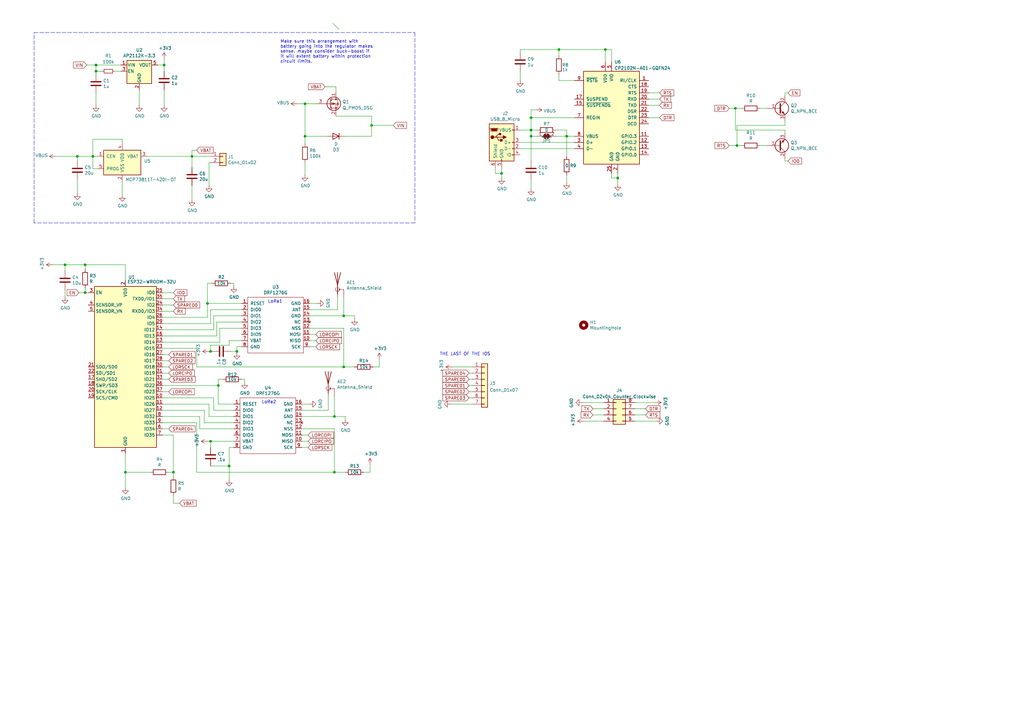
<source format=kicad_sch>
(kicad_sch (version 20211123) (generator eeschema)
  (paper "A3")
  (lib_symbols
    (symbol "Battery_Management:MCP73811T-420I-OT" (pin_names (offset 1.016))
      (property "Reference" "U" (at -6.35 6.35 0))
      (property "Value" "MCP73811T-420I-OT" (at 1.27 6.35 0))
      (symbol "MCP73811T-420I-OT_1_1"
        (pin input line (at -10.16 2.54 0) (length 2.54) (name "CEN") (number "1"))
        (pin power_in line (at 0 -7.62 90) (length 2.54) (name "VSS") (number "2"))
        (pin power_out line (at 10.16 2.54 180) (length 2.54) (name "VBAT") (number "3"))
        (pin power_in line (at 0 7.62 270) (length 2.54) (name "VDD") (number "4"))
        (pin input line (at -10.16 -2.54 0) (length 2.54) (name "PROG") (number "5"))
      )
    )
    (symbol "Connector_Generic:Conn_01x02" (pin_names (offset 1.016) hide)
      (property "Reference" "J" (at 0 2.54 0))
      (property "Value" "Conn_01x02" (at 0 -5.08 0))
      (symbol "Conn_01x02_1_1"
        (pin passive line (at -5.08 0 0) (length 3.81) (name "Pin_1") (number "1"))
        (pin passive line (at -5.08 -2.54 0) (length 3.81) (name "Pin_2") (number "2"))
      )
    )
    (symbol "Connector_Generic:Conn_01x07" (pin_names (offset 1.016) hide)
      (property "Reference" "J" (at 0 10.16 0))
      (property "Value" "Conn_01x07" (at 0 -10.16 0))
      (symbol "Conn_01x07_1_1"
        (pin passive line (at -5.08 7.62 0) (length 3.81) (name "Pin_1") (number "1"))
        (pin passive line (at -5.08 5.08 0) (length 3.81) (name "Pin_2") (number "2"))
        (pin passive line (at -5.08 2.54 0) (length 3.81) (name "Pin_3") (number "3"))
        (pin passive line (at -5.08 0 0) (length 3.81) (name "Pin_4") (number "4"))
        (pin passive line (at -5.08 -2.54 0) (length 3.81) (name "Pin_5") (number "5"))
        (pin passive line (at -5.08 -5.08 0) (length 3.81) (name "Pin_6") (number "6"))
        (pin passive line (at -5.08 -7.62 0) (length 3.81) (name "Pin_7") (number "7"))
      )
    )
    (symbol "Connector_Generic:Conn_02x04_Counter_Clockwise" (pin_names (offset 1.016) hide)
      (property "Reference" "J" (at 1.27 5.08 0))
      (property "Value" "Conn_02x04_Counter_Clockwise" (at 1.27 -7.62 0))
      (symbol "Conn_02x04_Counter_Clockwise_1_1"
        (pin passive line (at -5.08 2.54 0) (length 3.81) (name "Pin_1") (number "1"))
        (pin passive line (at -5.08 0 0) (length 3.81) (name "Pin_2") (number "2"))
        (pin passive line (at -5.08 -2.54 0) (length 3.81) (name "Pin_3") (number "3"))
        (pin passive line (at -5.08 -5.08 0) (length 3.81) (name "Pin_4") (number "4"))
        (pin passive line (at 7.62 -5.08 180) (length 3.81) (name "Pin_5") (number "5"))
        (pin passive line (at 7.62 -2.54 180) (length 3.81) (name "Pin_6") (number "6"))
        (pin passive line (at 7.62 0 180) (length 3.81) (name "Pin_7") (number "7"))
        (pin passive line (at 7.62 2.54 180) (length 3.81) (name "Pin_8") (number "8"))
      )
    )
    (symbol "Device:Antenna_Shield" (pin_numbers hide) (pin_names (offset 1.016) hide)
      (property "Reference" "AE" (at -1.905 4.445 0))
      (property "Value" "Antenna_Shield" (at -1.905 2.54 0))
      (symbol "Antenna_Shield_1_1"
        (pin input line (at 0 -5.08 90) (length 2.54) (name "A") (number "1"))
        (pin input line (at 2.54 -5.08 90) (length 2.54) (name "Shield") (number "2"))
      )
    )
    (symbol "Device:C" (pin_numbers hide) (pin_names (offset 0.254))
      (property "Reference" "C" (at 0.635 2.54 0))
      (property "Value" "C" (at 0.635 -2.54 0))
      (symbol "C_1_1"
        (pin passive line (at 0 3.81 270) (length 2.794) (name "~") (number "1"))
        (pin passive line (at 0 -3.81 90) (length 2.794) (name "~") (number "2"))
      )
    )
    (symbol "Device:D" (pin_numbers hide) (pin_names (offset 1.016) hide)
      (property "Reference" "D" (at 0 2.54 0))
      (property "Value" "D" (at 0 -2.54 0))
      (symbol "D_1_1"
        (pin passive line (at -3.81 0 0) (length 2.54) (name "K") (number "1"))
        (pin passive line (at 3.81 0 180) (length 2.54) (name "A") (number "2"))
      )
    )
    (symbol "Device:Q_NPN_BCE" (pin_names (offset 0) hide)
      (property "Reference" "Q" (at 5.08 1.27 0))
      (property "Value" "Q_NPN_BCE" (at 5.08 -1.27 0))
      (symbol "Q_NPN_BCE_1_1"
        (pin input line (at -5.08 0 0) (length 5.715) (name "B") (number "1"))
        (pin passive line (at 2.54 5.08 270) (length 2.54) (name "C") (number "2"))
        (pin passive line (at 2.54 -5.08 90) (length 2.54) (name "E") (number "3"))
      )
    )
    (symbol "Device:Q_PMOS_DSG" (pin_names (offset 0) hide)
      (property "Reference" "Q" (at 5.08 1.27 0))
      (property "Value" "Q_PMOS_DSG" (at 5.08 -1.27 0))
      (symbol "Q_PMOS_DSG_1_1"
        (pin passive line (at 2.54 5.08 270) (length 2.54) (name "D") (number "1"))
        (pin passive line (at 2.54 -5.08 90) (length 2.54) (name "S") (number "2"))
        (pin input line (at -5.08 0 0) (length 2.54) (name "G") (number "3"))
      )
    )
    (symbol "Device:R" (pin_numbers hide) (pin_names (offset 0))
      (property "Reference" "R" (at 2.032 0 90))
      (property "Value" "R" (at 0 0 90))
      (symbol "R_1_1"
        (pin passive line (at 0 3.81 270) (length 1.27) (name "~") (number "1"))
        (pin passive line (at 0 -3.81 90) (length 1.27) (name "~") (number "2"))
      )
    )
    (symbol "Device:R_Small" (pin_numbers hide) (pin_names (offset 0.254) hide)
      (property "Reference" "R" (at 0.762 0.508 0))
      (property "Value" "R_Small" (at 0.762 -1.016 0))
      (symbol "R_Small_1_1"
        (pin passive line (at 0 2.54 270) (length 0.762) (name "~") (number "1"))
        (pin passive line (at 0 -2.54 90) (length 0.762) (name "~") (number "2"))
      )
    )
    (symbol "Interface_USB:CP2102N-A01-GQFN24" (pin_names (offset 1.016))
      (property "Reference" "U" (at -5.08 22.225 0))
      (property "Value" "Interface_USB_CP2102N-A01-GQFN24" (at -5.08 20.32 0))
      (symbol "CP2102N-A01-GQFN24_1_1"
        (pin bidirectional line (at 15.24 15.24 180) (length 3.81) (name "RI/CLK") (number "1"))
        (pin no_connect line (at 10.16 -22.86 90) (length 3.81) hide (name "NC") (number "10"))
        (pin bidirectional line (at 15.24 -7.62 180) (length 3.81) (name "GPIO.3") (number "11"))
        (pin bidirectional line (at 15.24 -10.16 180) (length 3.81) (name "GPIO.2") (number "12"))
        (pin bidirectional line (at 15.24 -12.7 180) (length 3.81) (name "GPIO.1") (number "13"))
        (pin bidirectional line (at 15.24 -15.24 180) (length 3.81) (name "GPIO.0") (number "14"))
        (pin output line (at -15.24 5.08 0) (length 3.81) (name "~{SUSPENDb}") (number "15"))
        (pin no_connect line (at 7.62 -22.86 90) (length 3.81) hide (name "NC") (number "16"))
        (pin output line (at -15.24 7.62 0) (length 3.81) (name "SUSPEND") (number "17"))
        (pin input line (at 15.24 12.7 180) (length 3.81) (name "CTS") (number "18"))
        (pin output line (at 15.24 10.16 180) (length 3.81) (name "RTS") (number "19"))
        (pin power_in line (at 2.54 -22.86 90) (length 3.81) (name "GND") (number "2"))
        (pin input line (at 15.24 7.62 180) (length 3.81) (name "RXD") (number "20"))
        (pin output line (at 15.24 5.08 180) (length 3.81) (name "TXD") (number "21"))
        (pin input line (at 15.24 2.54 180) (length 3.81) (name "DSR") (number "22"))
        (pin output line (at 15.24 0 180) (length 3.81) (name "DTR") (number "23"))
        (pin input line (at 15.24 -2.54 180) (length 3.81) (name "DCD") (number "24"))
        (pin power_in line (at 0 -22.86 90) (length 3.81) (name "GND") (number "25"))
        (pin bidirectional line (at -15.24 -10.16 0) (length 3.81) (name "D+") (number "3"))
        (pin bidirectional line (at -15.24 -12.7 0) (length 3.81) (name "D-") (number "4"))
        (pin power_in line (at 0 22.86 270) (length 3.81) (name "VIO") (number "5"))
        (pin power_in line (at -2.54 22.86 270) (length 3.81) (name "VDD") (number "6"))
        (pin power_in line (at -15.24 0 0) (length 3.81) (name "REGIN") (number "7"))
        (pin input line (at -15.24 -7.62 0) (length 3.81) (name "VBUS") (number "8"))
        (pin input line (at -15.24 15.24 0) (length 3.81) (name "~{RSTb}") (number "9"))
      )
    )
    (symbol "Jumper:SolderJumper_2_Bridged" (pin_names (offset 0) hide)
      (property "Reference" "JP" (at 0 2.032 0))
      (property "Value" "SolderJumper_2_Bridged" (at 0 -2.54 0))
      (symbol "SolderJumper_2_Bridged_1_1"
        (pin passive line (at -3.81 0 0) (length 2.54) (name "A") (number "1"))
        (pin passive line (at 3.81 0 180) (length 2.54) (name "B") (number "2"))
      )
    )
    (symbol "Mechanical:MountingHole" (pin_names (offset 1.016))
      (property "Reference" "H" (at 0 5.08 0))
      (property "Value" "MountingHole" (at 0 3.175 0))
    )
    (symbol "RF_Module:ESP32-WROOM-32U"
      (property "Reference" "U" (at -12.7 34.29 0))
      (property "Value" "ESP32-WROOM-32U" (at 1.27 34.29 0))
      (symbol "ESP32-WROOM-32U_1_1"
        (pin power_in line (at 0 -35.56 90) (length 2.54) (name "GND") (number "1"))
        (pin bidirectional line (at 15.24 -12.7 180) (length 2.54) (name "IO25") (number "10"))
        (pin bidirectional line (at 15.24 -15.24 180) (length 2.54) (name "IO26") (number "11"))
        (pin bidirectional line (at 15.24 -17.78 180) (length 2.54) (name "IO27") (number "12"))
        (pin bidirectional line (at 15.24 10.16 180) (length 2.54) (name "IO14") (number "13"))
        (pin bidirectional line (at 15.24 15.24 180) (length 2.54) (name "IO12") (number "14"))
        (pin passive line (at 0 -35.56 90) (length 2.54) hide (name "GND") (number "15"))
        (pin bidirectional line (at 15.24 12.7 180) (length 2.54) (name "IO13") (number "16"))
        (pin bidirectional line (at -15.24 -5.08 0) (length 2.54) (name "SHD/SD2") (number "17"))
        (pin bidirectional line (at -15.24 -7.62 0) (length 2.54) (name "SWP/SD3") (number "18"))
        (pin bidirectional line (at -15.24 -12.7 0) (length 2.54) (name "SCS/CMD") (number "19"))
        (pin power_in line (at 0 35.56 270) (length 2.54) (name "VDD") (number "2"))
        (pin bidirectional line (at -15.24 -10.16 0) (length 2.54) (name "SCK/CLK") (number "20"))
        (pin bidirectional line (at -15.24 0 0) (length 2.54) (name "SDO/SD0") (number "21"))
        (pin bidirectional line (at -15.24 -2.54 0) (length 2.54) (name "SDI/SD1") (number "22"))
        (pin bidirectional line (at 15.24 7.62 180) (length 2.54) (name "IO15") (number "23"))
        (pin bidirectional line (at 15.24 25.4 180) (length 2.54) (name "IO2") (number "24"))
        (pin bidirectional line (at 15.24 30.48 180) (length 2.54) (name "IO0") (number "25"))
        (pin bidirectional line (at 15.24 20.32 180) (length 2.54) (name "IO4") (number "26"))
        (pin bidirectional line (at 15.24 5.08 180) (length 2.54) (name "IO16") (number "27"))
        (pin bidirectional line (at 15.24 2.54 180) (length 2.54) (name "IO17") (number "28"))
        (pin bidirectional line (at 15.24 17.78 180) (length 2.54) (name "IO5") (number "29"))
        (pin input line (at -15.24 30.48 0) (length 2.54) (name "EN") (number "3"))
        (pin bidirectional line (at 15.24 0 180) (length 2.54) (name "IO18") (number "30"))
        (pin bidirectional line (at 15.24 -2.54 180) (length 2.54) (name "IO19") (number "31"))
        (pin no_connect line (at -12.7 -27.94 0) (length 2.54) hide (name "NC") (number "32"))
        (pin bidirectional line (at 15.24 -5.08 180) (length 2.54) (name "IO21") (number "33"))
        (pin bidirectional line (at 15.24 22.86 180) (length 2.54) (name "RXD0/IO3") (number "34"))
        (pin bidirectional line (at 15.24 27.94 180) (length 2.54) (name "TXD0/IO1") (number "35"))
        (pin bidirectional line (at 15.24 -7.62 180) (length 2.54) (name "IO22") (number "36"))
        (pin bidirectional line (at 15.24 -10.16 180) (length 2.54) (name "IO23") (number "37"))
        (pin passive line (at 0 -35.56 90) (length 2.54) hide (name "GND") (number "38"))
        (pin passive line (at 0 -35.56 90) (length 2.54) hide (name "GND") (number "39"))
        (pin input line (at -15.24 25.4 0) (length 2.54) (name "SENSOR_VP") (number "4"))
        (pin input line (at -15.24 22.86 0) (length 2.54) (name "SENSOR_VN") (number "5"))
        (pin input line (at 15.24 -25.4 180) (length 2.54) (name "IO34") (number "6"))
        (pin input line (at 15.24 -27.94 180) (length 2.54) (name "IO35") (number "7"))
        (pin bidirectional line (at 15.24 -20.32 180) (length 2.54) (name "IO32") (number "8"))
        (pin bidirectional line (at 15.24 -22.86 180) (length 2.54) (name "IO33") (number "9"))
      )
    )
    (symbol "Regulator_Linear:AP2112K-3.3" (pin_names (offset 0.254))
      (property "Reference" "U" (at -5.08 5.715 0))
      (property "Value" "AP2112K-3.3" (at 0 5.715 0))
      (symbol "AP2112K-3.3_1_1"
        (pin power_in line (at -7.62 2.54 0) (length 2.54) (name "VIN") (number "1"))
        (pin power_in line (at 0 -7.62 90) (length 2.54) (name "GND") (number "2"))
        (pin input line (at -7.62 0 0) (length 2.54) (name "EN") (number "3"))
        (pin no_connect line (at 5.08 0 180) (length 2.54) hide (name "NC") (number "4"))
        (pin power_out line (at 7.62 2.54 180) (length 2.54) (name "VOUT") (number "5"))
      )
    )
    (symbol "loranet2-rescue:USB_B_Micro-Connector" (pin_names (offset 1.016))
      (property "Reference" "J" (at -5.08 11.43 0))
      (property "Value" "USB_B_Micro-Connector" (at -5.08 8.89 0))
      (symbol "USB_B_Micro-Connector_1_1"
        (pin power_out line (at 7.62 5.08 180) (length 2.54) (name "VBUS") (number "1"))
        (pin passive line (at 7.62 -2.54 180) (length 2.54) (name "D-") (number "2"))
        (pin passive line (at 7.62 0 180) (length 2.54) (name "D+") (number "3"))
        (pin passive line (at 7.62 -5.08 180) (length 2.54) (name "ID") (number "4"))
        (pin power_out line (at 0 -10.16 90) (length 2.54) (name "GND") (number "5"))
        (pin passive line (at -2.54 -10.16 90) (length 2.54) (name "Shield") (number "6"))
      )
    )
    (symbol "loranet2:DRF1276G" (pin_names (offset 1.016))
      (property "Reference" "U" (at 0 -12.7 0))
      (property "Value" "DRF1276G" (at 0 15.24 0))
      (symbol "DRF1276G_1_1"
        (pin input line (at -15.24 10.16 0) (length 2.54) (name "RESET") (number "1"))
        (pin bidirectional line (at 12.7 -5.08 180) (length 2.54) (name "MISO") (number "10"))
        (pin bidirectional line (at 12.7 -2.54 180) (length 2.54) (name "MOSI") (number "11"))
        (pin input line (at 12.7 0 180) (length 2.54) (name "NSS") (number "12"))
        (pin no_connect line (at 12.7 2.54 180) (length 2.54) (name "NC") (number "13"))
        (pin power_in line (at 12.7 5.08 180) (length 2.54) (name "GND") (number "14"))
        (pin bidirectional line (at 12.7 7.62 180) (length 2.54) (name "ANT") (number "15"))
        (pin power_in line (at 12.7 10.16 180) (length 2.54) (name "GND") (number "16"))
        (pin bidirectional line (at -15.24 7.62 0) (length 2.54) (name "DIO0") (number "2"))
        (pin bidirectional line (at -15.24 5.08 0) (length 2.54) (name "DIO1") (number "3"))
        (pin bidirectional line (at -15.24 2.54 0) (length 2.54) (name "DIO2") (number "4"))
        (pin bidirectional line (at -15.24 0 0) (length 2.54) (name "DIO3") (number "5"))
        (pin bidirectional line (at -15.24 -2.54 0) (length 2.54) (name "DIO5") (number "6"))
        (pin power_in line (at -15.24 -5.08 0) (length 2.54) (name "VBAT") (number "7"))
        (pin power_in line (at -15.24 -7.62 0) (length 2.54) (name "GND") (number "8"))
        (pin input line (at 12.7 -7.62 180) (length 2.54) (name "SCK") (number "9"))
      )
    )
    (symbol "power:+3V3" (power) (pin_names (offset 0))
      (property "Value" "+3V3" (at 0 3.556 0))
      (symbol "+3V3_1_1"
        (pin power_in line (at 0 0 90) (length 0) hide (name "+3V3") (number "1"))
      )
    )
    (symbol "power:GND" (power) (pin_names (offset 0))
      (property "Value" "GND" (at 0 -3.81 0))
      (symbol "GND_1_1"
        (pin power_in line (at 0 0 270) (length 0) hide (name "GND") (number "1"))
      )
    )
    (symbol "power:VBUS" (power) (pin_names (offset 0))
      (property "Value" "VBUS" (at 0 3.81 0))
      (symbol "VBUS_1_1"
        (pin power_in line (at 0 0 90) (length 0) hide (name "VBUS") (number "1"))
      )
    )
  )
  (junction (at 152.4 51.435))
  (junction (at 137.16 170.815))
  (junction (at 51.435 193.675))
  (junction (at 85.09 124.46))
  (junction (at 205.74 71.12))
  (junction (at 93.98 191.135))
  (junction (at 301.625 44.45))
  (junction (at 125.095 55.88))
  (junction (at 140.97 150.495))
  (junction (at 89.535 158.115))
  (junction (at 97.155 144.145))
  (junction (at 86.36 180.975))
  (junction (at 39.37 29.21))
  (junction (at 67.31 26.67))
  (junction (at 31.75 64.135))
  (junction (at 302.26 59.69))
  (junction (at 86.36 144.145))
  (junction (at 78.74 64.135))
  (junction (at 38.1 64.135))
  (junction (at 39.37 26.67))
  (junction (at 140.97 129.54))
  (junction (at 253.365 73.025))
  (junction (at 248.285 20.32))
  (junction (at 229.235 20.32))
  (junction (at 217.805 53.34))
  (junction (at 217.805 48.26))
  (junction (at 217.805 55.88))
  (junction (at 71.12 193.675))
  (junction (at 34.925 120.015))
  (junction (at 34.925 108.585))
  (junction (at 26.67 108.585))
  (junction (at 232.41 55.88))
  (junction (at 137.16 193.675))
  (junction (at 125.095 42.545))
  (bus_entry (at 136.525 9.525) (size 2.54 2.54))
  (wire (pts (xy 67.31 26.67) (xy 67.31 24.13)))
  (wire (pts (xy 217.805 48.26) (xy 235.585 48.26)))
  (wire (pts (xy 140.97 134.62) (xy 140.97 150.495)))
  (wire (pts (xy 217.805 48.26) (xy 217.805 45.085)))
  (wire (pts (xy 125.095 42.545) (xy 130.175 42.545)))
  (wire (pts (xy 31.75 64.135) (xy 38.1 64.135)))
  (wire (pts (xy 87.63 163.195) (xy 87.63 168.275)))
  (wire (pts (xy 140.97 150.495) (xy 145.415 150.495)))
  (wire (pts (xy 213.36 53.34) (xy 217.805 53.34)))
  (wire (pts (xy 26.67 108.585) (xy 34.925 108.585)))
  (wire (pts (xy 78.74 64.135) (xy 78.74 68.58)))
  (wire (pts (xy 66.675 135.255) (xy 87.63 135.255)))
  (wire (pts (xy 321.945 53.34) (xy 321.945 54.61)))
  (wire (pts (xy 129.54 139.7) (xy 127 139.7)))
  (wire (pts (xy 89.535 155.575) (xy 91.44 155.575)))
  (wire (pts (xy 125.095 42.545) (xy 125.095 55.88)))
  (wire (pts (xy 86.36 127) (xy 99.06 127)))
  (wire (pts (xy 83.82 168.275) (xy 83.82 173.355)))
  (wire (pts (xy 93.98 139.7) (xy 99.06 139.7)))
  (wire (pts (xy 89.535 155.575) (xy 89.535 158.115)))
  (wire (pts (xy 85.725 66.675) (xy 86.36 66.675)))
  (wire (pts (xy 321.945 64.77) (xy 321.945 66.04)))
  (wire (pts (xy 232.41 55.88) (xy 232.41 64.135)))
  (wire (pts (xy 205.74 71.12) (xy 205.74 73.025)))
  (wire (pts (xy 138.43 127) (xy 138.43 121.92)))
  (wire (pts (xy 270.51 48.26) (xy 266.065 48.26)))
  (wire (pts (xy 21.59 108.585) (xy 26.67 108.585)))
  (wire (pts (xy 81.915 175.895) (xy 81.915 170.815)))
  (wire (pts (xy 321.945 49.53) (xy 321.945 51.435)))
  (wire (pts (xy 85.09 180.975) (xy 86.36 180.975)))
  (wire (pts (xy 93.98 141.605) (xy 93.98 139.7)))
  (wire (pts (xy 137.16 193.675) (xy 141.605 193.675)))
  (wire (pts (xy 260.35 170.18) (xy 264.795 170.18)))
  (wire (pts (xy 86.36 144.145) (xy 85.725 144.145)))
  (wire (pts (xy 137.795 47.625) (xy 152.4 47.625)))
  (wire (pts (xy 51.435 108.585) (xy 51.435 114.935)))
  (wire (pts (xy 149.225 193.675) (xy 151.765 193.675)))
  (wire (pts (xy 217.805 53.34) (xy 217.805 48.26)))
  (wire (pts (xy 95.885 117.475) (xy 95.885 116.205)))
  (wire (pts (xy 39.37 26.67) (xy 39.37 29.21)))
  (wire (pts (xy 41.91 29.21) (xy 39.37 29.21)))
  (wire (pts (xy 311.785 44.45) (xy 314.325 44.45)))
  (wire (pts (xy 71.12 203.2) (xy 71.12 206.375)))
  (wire (pts (xy 34.925 110.49) (xy 34.925 108.585)))
  (wire (pts (xy 127 134.62) (xy 140.97 134.62)))
  (wire (pts (xy 66.675 137.795) (xy 88.9 137.795)))
  (wire (pts (xy 203.2 68.58) (xy 203.2 71.12)))
  (wire (pts (xy 40.005 69.215) (xy 38.1 69.215)))
  (wire (pts (xy 67.31 43.18) (xy 67.31 36.83)))
  (wire (pts (xy 85.725 76.2) (xy 85.725 66.675)))
  (wire (pts (xy 125.095 66.675) (xy 125.095 71.755)))
  (wire (pts (xy 121.92 42.545) (xy 125.095 42.545)))
  (wire (pts (xy 123.825 175.895) (xy 137.16 175.895)))
  (wire (pts (xy 66.675 173.355) (xy 80.645 173.355)))
  (wire (pts (xy 141.605 170.815) (xy 141.605 172.085)))
  (wire (pts (xy 140.97 121.92) (xy 140.97 129.54)))
  (wire (pts (xy 248.285 25.4) (xy 248.285 20.32)))
  (wire (pts (xy 39.37 38.1) (xy 39.37 43.18)))
  (wire (pts (xy 88.9 137.795) (xy 88.9 132.08)))
  (wire (pts (xy 213.36 33.02) (xy 213.36 29.21)))
  (wire (pts (xy 323.215 38.1) (xy 321.945 38.1)))
  (wire (pts (xy 311.785 59.69) (xy 314.325 59.69)))
  (wire (pts (xy 22.86 64.135) (xy 31.75 64.135)))
  (wire (pts (xy 229.235 20.32) (xy 248.285 20.32)))
  (wire (pts (xy 229.235 30.48) (xy 229.235 33.02)))
  (wire (pts (xy 86.36 141.605) (xy 86.36 144.145)))
  (wire (pts (xy 93.98 183.515) (xy 93.98 191.135)))
  (wire (pts (xy 217.805 55.88) (xy 217.805 53.34)))
  (wire (pts (xy 227.965 55.88) (xy 232.41 55.88)))
  (wire (pts (xy 270.51 40.64) (xy 266.065 40.64)))
  (wire (pts (xy 66.675 132.715) (xy 86.36 132.715)))
  (wire (pts (xy 137.795 35.56) (xy 137.795 37.465)))
  (wire (pts (xy 66.675 140.335) (xy 90.17 140.335)))
  (wire (pts (xy 46.99 29.21) (xy 49.53 29.21)))
  (wire (pts (xy 51.435 186.055) (xy 51.435 193.675)))
  (wire (pts (xy 31.75 79.375) (xy 31.75 73.66)))
  (wire (pts (xy 50.165 57.15) (xy 50.165 59.055)))
  (wire (pts (xy 57.15 43.18) (xy 57.15 36.83)))
  (wire (pts (xy 64.77 26.67) (xy 67.31 26.67)))
  (wire (pts (xy 35.56 26.67) (xy 39.37 26.67)))
  (wire (pts (xy 81.915 170.815) (xy 66.675 170.815)))
  (wire (pts (xy 71.12 122.555) (xy 66.675 122.555)))
  (wire (pts (xy 217.805 66.04) (xy 217.805 55.88)))
  (wire (pts (xy 243.205 170.18) (xy 247.65 170.18)))
  (wire (pts (xy 152.4 51.435) (xy 152.4 55.88)))
  (wire (pts (xy 151.765 190.5) (xy 151.765 193.675)))
  (wire (pts (xy 39.37 29.21) (xy 39.37 30.48)))
  (wire (pts (xy 184.785 165.735) (xy 193.675 165.735)))
  (wire (pts (xy 66.675 130.175) (xy 85.09 130.175)))
  (wire (pts (xy 86.36 132.715) (xy 86.36 127)))
  (wire (pts (xy 301.625 44.45) (xy 301.625 53.34)))
  (wire (pts (xy 71.12 193.675) (xy 71.12 195.58)))
  (wire (pts (xy 80.645 142.875) (xy 80.645 150.495)))
  (wire (pts (xy 134.62 162.56) (xy 134.62 168.275)))
  (wire (pts (xy 39.37 26.67) (xy 49.53 26.67)))
  (wire (pts (xy 134.62 168.275) (xy 123.825 168.275)))
  (wire (pts (xy 127 142.24) (xy 129.54 142.24)))
  (wire (pts (xy 86.36 144.145) (xy 86.995 144.145)))
  (wire (pts (xy 141.605 55.88) (xy 152.4 55.88)))
  (wire (pts (xy 69.215 193.675) (xy 71.12 193.675)))
  (wire (pts (xy 130.175 124.46) (xy 127 124.46)))
  (wire (pts (xy 205.74 71.12) (xy 205.74 68.58)))
  (wire (pts (xy 34.925 120.015) (xy 36.195 120.015)))
  (wire (pts (xy 238.76 165.1) (xy 247.65 165.1)))
  (wire (pts (xy 94.615 144.145) (xy 97.155 144.145)))
  (wire (pts (xy 269.24 172.72) (xy 260.35 172.72)))
  (wire (pts (xy 155.575 147.32) (xy 155.575 150.495)))
  (wire (pts (xy 213.36 20.32) (xy 213.36 21.59)))
  (polyline (pts (xy 170.18 13.335) (xy 170.18 91.44)))
  (wire (pts (xy 86.36 180.975) (xy 95.885 180.975)))
  (wire (pts (xy 71.12 120.015) (xy 66.675 120.015)))
  (wire (pts (xy 31.75 66.04) (xy 31.75 64.135)))
  (wire (pts (xy 85.09 124.46) (xy 99.06 124.46)))
  (wire (pts (xy 89.535 165.735) (xy 95.885 165.735)))
  (wire (pts (xy 38.1 64.135) (xy 38.1 57.15)))
  (wire (pts (xy 123.825 178.435) (xy 126.365 178.435)))
  (wire (pts (xy 66.675 168.275) (xy 83.82 168.275)))
  (wire (pts (xy 97.155 144.78) (xy 97.155 144.145)))
  (wire (pts (xy 97.155 142.24) (xy 99.06 142.24)))
  (wire (pts (xy 32.385 120.015) (xy 34.925 120.015)))
  (wire (pts (xy 239.395 172.72) (xy 247.65 172.72)))
  (wire (pts (xy 66.675 147.955) (xy 69.215 147.955)))
  (wire (pts (xy 85.725 165.735) (xy 66.675 165.735)))
  (wire (pts (xy 137.16 175.895) (xy 137.16 193.675)))
  (wire (pts (xy 213.36 20.32) (xy 229.235 20.32)))
  (wire (pts (xy 253.365 73.025) (xy 253.365 71.12)))
  (wire (pts (xy 137.16 170.815) (xy 141.605 170.815)))
  (wire (pts (xy 250.825 20.32) (xy 250.825 25.4)))
  (wire (pts (xy 227.965 53.34) (xy 232.41 53.34)))
  (wire (pts (xy 66.675 178.435) (xy 71.12 178.435)))
  (wire (pts (xy 60.325 64.135) (xy 78.74 64.135)))
  (wire (pts (xy 26.67 121.92) (xy 26.67 118.745)))
  (wire (pts (xy 80.645 61.595) (xy 78.74 61.595)))
  (wire (pts (xy 301.625 44.45) (xy 304.165 44.45)))
  (wire (pts (xy 235.585 60.96) (xy 213.36 60.96)))
  (polyline (pts (xy 170.18 91.44) (xy 13.97 91.44)))
  (wire (pts (xy 232.41 55.88) (xy 235.585 55.88)))
  (wire (pts (xy 83.82 173.355) (xy 95.885 173.355)))
  (wire (pts (xy 133.35 35.56) (xy 137.795 35.56)))
  (wire (pts (xy 270.51 38.1) (xy 266.065 38.1)))
  (wire (pts (xy 193.675 158.115) (xy 192.405 158.115)))
  (wire (pts (xy 66.675 145.415) (xy 69.215 145.415)))
  (wire (pts (xy 95.885 116.205) (xy 94.615 116.205)))
  (wire (pts (xy 248.285 20.32) (xy 250.825 20.32)))
  (wire (pts (xy 71.12 206.375) (xy 73.66 206.375)))
  (wire (pts (xy 51.435 193.675) (xy 51.435 200.025)))
  (wire (pts (xy 38.1 64.135) (xy 38.1 69.215)))
  (wire (pts (xy 80.645 193.675) (xy 137.16 193.675)))
  (wire (pts (xy 34.925 108.585) (xy 51.435 108.585)))
  (wire (pts (xy 78.74 61.595) (xy 78.74 64.135)))
  (wire (pts (xy 100.33 155.575) (xy 99.06 155.575)))
  (wire (pts (xy 220.345 55.88) (xy 217.805 55.88)))
  (wire (pts (xy 127 129.54) (xy 140.97 129.54)))
  (wire (pts (xy 304.165 59.69) (xy 302.26 59.69)))
  (wire (pts (xy 192.405 160.655) (xy 193.675 160.655)))
  (wire (pts (xy 232.41 74.93) (xy 232.41 71.755)))
  (wire (pts (xy 321.945 51.435) (xy 302.26 51.435)))
  (wire (pts (xy 229.235 22.86) (xy 229.235 20.32)))
  (wire (pts (xy 66.675 150.495) (xy 69.215 150.495)))
  (wire (pts (xy 86.36 180.975) (xy 86.36 183.515)))
  (wire (pts (xy 93.98 183.515) (xy 95.885 183.515)))
  (wire (pts (xy 217.805 53.34) (xy 220.345 53.34)))
  (wire (pts (xy 80.645 142.875) (xy 66.675 142.875)))
  (wire (pts (xy 192.405 155.575) (xy 193.675 155.575)))
  (wire (pts (xy 71.12 178.435) (xy 71.12 193.675)))
  (wire (pts (xy 87.63 135.255) (xy 87.63 129.54)))
  (wire (pts (xy 88.9 132.08) (xy 99.06 132.08)))
  (wire (pts (xy 123.825 170.815) (xy 137.16 170.815)))
  (wire (pts (xy 217.805 45.085) (xy 219.71 45.085)))
  (wire (pts (xy 243.205 167.64) (xy 247.65 167.64)))
  (wire (pts (xy 87.63 168.275) (xy 95.885 168.275)))
  (wire (pts (xy 40.005 64.135) (xy 38.1 64.135)))
  (wire (pts (xy 145.415 129.54) (xy 145.415 130.81)))
  (wire (pts (xy 66.675 160.655) (xy 69.215 160.655)))
  (wire (pts (xy 34.925 118.11) (xy 34.925 120.015)))
  (wire (pts (xy 66.675 163.195) (xy 87.63 163.195)))
  (wire (pts (xy 302.26 59.69) (xy 299.085 59.69)))
  (wire (pts (xy 126.365 180.975) (xy 123.825 180.975)))
  (wire (pts (xy 321.945 38.1) (xy 321.945 39.37)))
  (wire (pts (xy 86.36 191.135) (xy 93.98 191.135)))
  (wire (pts (xy 127 127) (xy 138.43 127)))
  (wire (pts (xy 213.36 58.42) (xy 235.585 58.42)))
  (wire (pts (xy 235.585 33.02) (xy 229.235 33.02)))
  (wire (pts (xy 93.98 191.135) (xy 93.98 196.85)))
  (wire (pts (xy 26.67 108.585) (xy 26.67 111.125)))
  (wire (pts (xy 50.165 80.01) (xy 50.165 74.295)))
  (wire (pts (xy 232.41 53.34) (xy 232.41 55.88)))
  (wire (pts (xy 301.625 53.34) (xy 321.945 53.34)))
  (wire (pts (xy 67.31 26.67) (xy 67.31 29.21)))
  (wire (pts (xy 299.085 44.45) (xy 301.625 44.45)))
  (wire (pts (xy 95.885 175.895) (xy 81.915 175.895)))
  (wire (pts (xy 90.17 140.335) (xy 90.17 134.62)))
  (wire (pts (xy 66.675 125.095) (xy 71.12 125.095)))
  (wire (pts (xy 321.945 66.04) (xy 323.215 66.04)))
  (wire (pts (xy 66.675 175.895) (xy 69.215 175.895)))
  (wire (pts (xy 137.16 162.56) (xy 137.16 170.815)))
  (wire (pts (xy 185.42 150.495) (xy 193.675 150.495)))
  (wire (pts (xy 125.095 55.88) (xy 125.095 59.055)))
  (wire (pts (xy 153.035 150.495) (xy 155.575 150.495)))
  (wire (pts (xy 78.74 81.915) (xy 78.74 76.2)))
  (wire (pts (xy 192.405 163.195) (xy 193.675 163.195)))
  (wire (pts (xy 268.605 165.1) (xy 260.35 165.1)))
  (wire (pts (xy 89.535 158.115) (xy 89.535 165.735)))
  (polyline (pts (xy 13.97 13.335) (xy 170.18 13.335)))
  (wire (pts (xy 97.155 144.145) (xy 97.155 142.24)))
  (wire (pts (xy 123.825 183.515) (xy 126.365 183.515)))
  (wire (pts (xy 51.435 193.675) (xy 61.595 193.675)))
  (wire (pts (xy 80.645 150.495) (xy 140.97 150.495)))
  (wire (pts (xy 85.09 116.205) (xy 86.995 116.205)))
  (polyline (pts (xy 13.97 91.44) (xy 13.97 13.335)))
  (wire (pts (xy 85.09 124.46) (xy 85.09 116.205)))
  (wire (pts (xy 86.36 141.605) (xy 93.98 141.605)))
  (wire (pts (xy 71.12 127.635) (xy 66.675 127.635)))
  (wire (pts (xy 161.29 51.435) (xy 152.4 51.435)))
  (wire (pts (xy 85.09 130.175) (xy 85.09 124.46)))
  (wire (pts (xy 217.805 77.47) (xy 217.805 73.66)))
  (wire (pts (xy 260.35 167.64) (xy 264.795 167.64)))
  (wire (pts (xy 90.17 134.62) (xy 99.06 134.62)))
  (wire (pts (xy 193.675 153.035) (xy 192.405 153.035)))
  (wire (pts (xy 270.51 43.18) (xy 266.065 43.18)))
  (wire (pts (xy 69.215 153.035) (xy 66.675 153.035)))
  (wire (pts (xy 133.985 55.88) (xy 125.095 55.88)))
  (wire (pts (xy 38.1 57.15) (xy 50.165 57.15)))
  (wire (pts (xy 66.675 155.575) (xy 69.215 155.575)))
  (wire (pts (xy 85.725 170.815) (xy 85.725 165.735)))
  (wire (pts (xy 250.825 71.12) (xy 250.825 73.025)))
  (wire (pts (xy 66.675 158.115) (xy 89.535 158.115)))
  (wire (pts (xy 127 165.735) (xy 123.825 165.735)))
  (wire (pts (xy 86.36 64.135) (xy 78.74 64.135)))
  (wire (pts (xy 87.63 129.54) (xy 99.06 129.54)))
  (wire (pts (xy 127 137.16) (xy 129.54 137.16)))
  (wire (pts (xy 100.33 156.845) (xy 100.33 155.575)))
  (wire (pts (xy 80.645 173.355) (xy 80.645 193.675)))
  (wire (pts (xy 152.4 47.625) (xy 152.4 51.435)))
  (wire (pts (xy 253.365 75.565) (xy 253.365 73.025)))
  (wire (pts (xy 302.26 51.435) (xy 302.26 59.69)))
  (wire (pts (xy 140.97 129.54) (xy 145.415 129.54)))
  (wire (pts (xy 203.2 71.12) (xy 205.74 71.12)))
  (wire (pts (xy 250.825 73.025) (xy 253.365 73.025)))
  (wire (pts (xy 95.885 170.815) (xy 85.725 170.815)))
  (text "LoRa2" (at 107.315 165.735 0) (effects (font (size 1.27 1.27)) (justify left bottom)))
  (text "THE LAST OF THE IOS" (at 180.34 146.05 0) (effects (font (size 1.27 1.27)) (justify left bottom)))
  (text "LoRa1" (at 109.855 124.46 0) (effects (font (size 1.27 1.27)) (justify left bottom)))
  (text "Make sure this arrangement with\nbattery going into the regulator makes\nsense. maybe consider buck-boost if\nit will extent battery within protection\ncircuit limits." (at 114.935 26.035 0) (effects (font (size 1.27 1.27)) (justify left bottom)))
  (global_label "IO0" (shape input) (at 323.215 66.04 0) (property "Intersheet References" "${INTERSHEET_REFS}" (effects hide)))
  (global_label "SPARE02" (shape input) (at 192.405 160.655 180) (property "Intersheet References" "${INTERSHEET_REFS}" (effects hide)))
  (global_label "EN" (shape input) (at 32.385 120.015 180) (property "Intersheet References" "${INTERSHEET_REFS}" (effects hide)))
  (global_label "RTS" (shape input) (at 299.085 59.69 180) (property "Intersheet References" "${INTERSHEET_REFS}" (effects hide)))
  (global_label "VIN" (shape input) (at 35.56 26.67 180) (property "Intersheet References" "${INTERSHEET_REFS}" (effects hide)))
  (global_label "TX" (shape input) (at 243.205 167.64 180) (property "Intersheet References" "${INTERSHEET_REFS}" (effects hide)))
  (global_label "DTR" (shape input) (at 299.085 44.45 180) (property "Intersheet References" "${INTERSHEET_REFS}" (effects hide)))
  (global_label "LORCIPO" (shape input) (at 126.365 180.975 0) (property "Intersheet References" "${INTERSHEET_REFS}" (effects hide)))
  (global_label "TX" (shape input) (at 270.51 40.64 0) (property "Intersheet References" "${INTERSHEET_REFS}" (effects hide)))
  (global_label "SPARE03" (shape input) (at 69.215 155.575 0) (property "Intersheet References" "${INTERSHEET_REFS}" (effects hide)))
  (global_label "DTR" (shape input) (at 270.51 48.26 0) (property "Intersheet References" "${INTERSHEET_REFS}" (effects hide)))
  (global_label "VIN" (shape input) (at 161.29 51.435 0) (property "Intersheet References" "${INTERSHEET_REFS}" (effects hide)))
  (global_label "LORSCK" (shape input) (at 129.54 142.24 0) (property "Intersheet References" "${INTERSHEET_REFS}" (effects hide)))
  (global_label "LORSCK" (shape input) (at 69.215 150.495 0) (property "Intersheet References" "${INTERSHEET_REFS}" (effects hide)))
  (global_label "TX" (shape input) (at 71.12 122.555 0) (property "Intersheet References" "${INTERSHEET_REFS}" (effects hide)))
  (global_label "SPARE04" (shape input) (at 192.405 153.035 180) (property "Intersheet References" "${INTERSHEET_REFS}" (effects hide)))
  (global_label "SPARE04" (shape input) (at 69.215 175.895 0) (property "Intersheet References" "${INTERSHEET_REFS}" (effects hide)))
  (global_label "LORCOPI" (shape input) (at 69.215 160.655 0) (property "Intersheet References" "${INTERSHEET_REFS}" (effects hide)))
  (global_label "LORCIPO" (shape input) (at 69.215 153.035 0) (property "Intersheet References" "${INTERSHEET_REFS}" (effects hide)))
  (global_label "IO0" (shape input) (at 71.12 120.015 0) (property "Intersheet References" "${INTERSHEET_REFS}" (effects hide)))
  (global_label "SPARE01" (shape input) (at 69.215 145.415 0) (property "Intersheet References" "${INTERSHEET_REFS}" (effects hide)))
  (global_label "SPARE02" (shape input) (at 69.215 147.955 0) (property "Intersheet References" "${INTERSHEET_REFS}" (effects hide)))
  (global_label "RX" (shape input) (at 71.12 127.635 0) (property "Intersheet References" "${INTERSHEET_REFS}" (effects hide)))
  (global_label "SPARE03" (shape input) (at 192.405 163.195 180) (property "Intersheet References" "${INTERSHEET_REFS}" (effects hide)))
  (global_label "VBAT" (shape input) (at 73.66 206.375 0) (property "Intersheet References" "${INTERSHEET_REFS}" (effects hide)))
  (global_label "VBAT" (shape input) (at 133.35 35.56 180) (property "Intersheet References" "${INTERSHEET_REFS}" (effects hide)))
  (global_label "SPARE01" (shape input) (at 192.405 158.115 180) (property "Intersheet References" "${INTERSHEET_REFS}" (effects hide)))
  (global_label "LORSCK" (shape input) (at 126.365 183.515 0) (property "Intersheet References" "${INTERSHEET_REFS}" (effects hide)))
  (global_label "SPARE00" (shape input) (at 71.12 125.095 0) (property "Intersheet References" "${INTERSHEET_REFS}" (effects hide)))
  (global_label "RX" (shape input) (at 243.205 170.18 180) (property "Intersheet References" "${INTERSHEET_REFS}" (effects hide)))
  (global_label "DTR" (shape input) (at 264.795 167.64 0) (property "Intersheet References" "${INTERSHEET_REFS}" (effects hide)))
  (global_label "RTS" (shape input) (at 270.51 38.1 0) (property "Intersheet References" "${INTERSHEET_REFS}" (effects hide)))
  (global_label "LORCIPO" (shape input) (at 129.54 139.7 0) (property "Intersheet References" "${INTERSHEET_REFS}" (effects hide)))
  (global_label "LORCOPI" (shape input) (at 126.365 178.435 0) (property "Intersheet References" "${INTERSHEET_REFS}" (effects hide)))
  (global_label "SPARE00" (shape input) (at 192.405 155.575 180) (property "Intersheet References" "${INTERSHEET_REFS}" (effects hide)))
  (global_label "EN" (shape input) (at 323.215 38.1 0) (property "Intersheet References" "${INTERSHEET_REFS}" (effects hide)))
  (global_label "RTS" (shape input) (at 264.795 170.18 0) (property "Intersheet References" "${INTERSHEET_REFS}" (effects hide)))
  (global_label "RX" (shape input) (at 270.51 43.18 0) (property "Intersheet References" "${INTERSHEET_REFS}" (effects hide)))
  (global_label "VBAT" (shape input) (at 80.645 61.595 0) (property "Intersheet References" "${INTERSHEET_REFS}" (effects hide)))
  (global_label "LORCOPI" (shape input) (at 129.54 137.16 0) (property "Intersheet References" "${INTERSHEET_REFS}" (effects hide)))
  (symbol (lib_id "loranet2:DRF1276G") (at 114.3 134.62 0) (unit 1)
    (property "Reference" "U3" (at 113.03 117.729 0))
    (property "Value" "DRF1276G" (at 113.03 120.0404 0))
    (property "Footprint" "loranet2:DRF1276G" (effects hide))
  )
  (symbol (lib_id "loranet2:DRF1276G") (at 111.125 175.895 0) (unit 1)
    (property "Reference" "U4" (at 109.855 159.004 0))
    (property "Value" "DRF1276G" (at 109.855 161.3154 0))
    (property "Footprint" "loranet2:DRF1276G" (effects hide))
  )
  (symbol (lib_id "RF_Module:ESP32-WROOM-32U") (at 51.435 150.495 0) (unit 1)
    (property "Reference" "U1" (at 53.975 113.665 0))
    (property "Value" "ESP32-WROOM-32U" (at 62.23 115.57 0))
    (property "Footprint" "RF_Module:ESP32-WROOM-32U" (effects hide))
    (property "Datasheet" "https://www.espressif.com/sites/default/files/documentation/esp32-wroom-32d_esp32-wroom-32u_datasheet_en.pdf" (effects hide))
  )
  (symbol (lib_id "Device:Antenna_Shield") (at 138.43 116.84 0) (unit 1)
    (property "Reference" "AE1" (at 142.0876 115.8494 0) (effects (justify left)))
    (property "Value" "Antenna_Shield" (at 142.0876 118.1608 0) (effects (justify left)))
    (property "Footprint" "Connector_Coaxial:U.FL_Hirose_U.FL-R-SMT-1_Vertical" (effects hide))
  )
  (symbol (lib_id "Device:Antenna_Shield") (at 134.62 157.48 0) (unit 1)
    (property "Reference" "AE2" (at 138.2776 156.4894 0) (effects (justify left)))
    (property "Value" "Antenna_Shield" (at 138.2776 158.8008 0) (effects (justify left)))
    (property "Footprint" "Connector_Coaxial:U.FL_Hirose_U.FL-R-SMT-1_Vertical" (effects hide))
  )
  (symbol (lib_id "power:GND") (at 141.605 172.085 0) (unit 1)
    (property "Reference" "#PWR0102" (effects hide))
    (property "Value" "GND" (at 141.732 176.4792 0))
  )
  (symbol (lib_id "Interface_USB:CP2102N-A01-GQFN24") (at 250.825 48.26 0) (unit 1)
    (property "Reference" "U6" (at 253.365 25.4 0))
    (property "Value" "CP2102N-A01-GQFN24" (at 263.525 27.94 0))
    (property "Footprint" "Package_DFN_QFN:QFN-24-1EP_4x4mm_P0.5mm_EP2.6x2.6mm" (effects hide))
    (property "Datasheet" "https://www.silabs.com/documents/public/data-sheets/cp2102n-datasheet.pdf" (effects hide))
  )
  (symbol (lib_id "power:VBUS") (at 121.92 42.545 90) (unit 1)
    (property "Reference" "#PWR0104" (effects hide))
    (property "Value" "VBUS" (at 118.6942 42.164 90) (effects (justify left)))
  )
  (symbol (lib_id "power:GND") (at 57.15 43.18 0) (unit 1)
    (property "Reference" "#PWR0105" (effects hide))
    (property "Value" "GND" (at 57.277 47.5742 0))
  )
  (symbol (lib_id "power:GND") (at 39.37 43.18 0) (unit 1)
    (property "Reference" "#PWR0106" (effects hide))
    (property "Value" "GND" (at 39.497 47.5742 0))
  )
  (symbol (lib_id "power:+3V3") (at 67.31 24.13 0) (unit 1)
    (property "Reference" "#PWR0108" (effects hide))
    (property "Value" "+3V3" (at 67.691 19.7358 0))
  )
  (symbol (lib_id "loranet2-rescue:USB_B_Micro-Connector") (at 205.74 58.42 0) (unit 1)
    (property "Reference" "J2" (at 207.1878 46.5582 0))
    (property "Value" "USB_B_Micro" (at 207.1878 48.8696 0))
    (property "Footprint" "Connector_USB:USB_Micro-B_Molex_47346-0001" (effects hide))
  )
  (symbol (lib_id "Device:R") (at 224.155 53.34 270) (unit 1)
    (property "Reference" "R7" (at 224.155 50.8 90))
    (property "Value" "0" (at 224.155 53.34 90))
    (property "Footprint" "Resistor_SMD:R_0603_1608Metric" (effects hide))
  )
  (symbol (lib_id "Device:R") (at 232.41 67.945 180) (unit 1)
    (property "Reference" "R9" (at 233.68 67.945 0) (effects (justify right)))
    (property "Value" "0" (at 231.775 67.945 0) (effects (justify right)))
    (property "Footprint" "Resistor_SMD:R_0603_1608Metric" (effects hide))
  )
  (symbol (lib_id "power:GND") (at 205.74 73.025 0) (unit 1)
    (property "Reference" "#PWR0117" (effects hide))
    (property "Value" "GND" (at 205.867 77.4192 0))
  )
  (symbol (lib_id "power:GND") (at 232.41 74.93 0) (unit 1)
    (property "Reference" "#PWR0118" (effects hide))
    (property "Value" "GND" (at 232.537 79.3242 0))
  )
  (symbol (lib_id "power:GND") (at 253.365 75.565 0) (unit 1)
    (property "Reference" "#PWR0119" (effects hide))
    (property "Value" "GND" (at 253.492 79.9592 0))
  )
  (symbol (lib_id "Device:C") (at 217.805 69.85 0) (unit 1)
    (property "Reference" "C10" (at 220.726 68.6816 0) (effects (justify left)))
    (property "Value" "1u" (at 220.726 70.993 0) (effects (justify left)))
    (property "Footprint" "Capacitor_SMD:C_0603_1608Metric" (effects hide))
  )
  (symbol (lib_id "power:GND") (at 217.805 77.47 0) (unit 1)
    (property "Reference" "#PWR0120" (effects hide))
    (property "Value" "GND" (at 217.932 81.8642 0))
  )
  (symbol (lib_id "power:GND") (at 213.36 33.02 0) (unit 1)
    (property "Reference" "#PWR0116" (effects hide))
    (property "Value" "GND" (at 213.487 37.4142 0))
  )
  (symbol (lib_id "Device:C") (at 213.36 25.4 0) (unit 1)
    (property "Reference" "C9" (at 216.281 24.2316 0) (effects (justify left)))
    (property "Value" "1u" (at 216.281 26.543 0) (effects (justify left)))
    (property "Footprint" "Capacitor_SMD:C_0603_1608Metric" (effects hide))
  )
  (symbol (lib_id "Device:R") (at 229.235 26.67 180) (unit 1)
    (property "Reference" "R8" (at 230.505 26.67 0) (effects (justify right)))
    (property "Value" "1k" (at 230.505 28.575 0) (effects (justify right)))
    (property "Footprint" "Resistor_SMD:R_0603_1608Metric" (effects hide))
  )
  (symbol (lib_id "power:GND") (at 67.31 43.18 0) (unit 1)
    (property "Reference" "#PWR0110" (effects hide))
    (property "Value" "GND" (at 67.437 47.5742 0))
  )
  (symbol (lib_id "Battery_Management:MCP73811T-420I-OT") (at 50.165 66.675 0) (unit 1)
    (property "Reference" "U5" (at 59.055 66.04 0) (effects (justify left)))
    (property "Value" "MCP73811T-420I-OT" (at 51.435 73.66 0) (effects (justify left)))
    (property "Footprint" "Package_TO_SOT_SMD:SOT-23-5" (effects hide))
    (property "Datasheet" "http://ww1.microchip.com/downloads/en/DeviceDoc/22036b.pdf" (effects hide))
  )
  (symbol (lib_id "Device:C") (at 31.75 69.85 180) (unit 1)
    (property "Reference" "C5" (at 34.671 68.6816 0) (effects (justify right)))
    (property "Value" "20u" (at 34.671 70.993 0) (effects (justify right)))
    (property "Footprint" "Capacitor_SMD:C_0603_1608Metric" (effects hide))
  )
  (symbol (lib_id "Device:C") (at 78.74 72.39 180) (unit 1)
    (property "Reference" "C6" (at 81.661 71.2216 0) (effects (justify right)))
    (property "Value" "20u" (at 81.661 73.533 0) (effects (justify right)))
    (property "Footprint" "Capacitor_SMD:C_0603_1608Metric" (effects hide))
  )
  (symbol (lib_id "power:VBUS") (at 22.86 64.135 90) (unit 1)
    (property "Reference" "#PWR0114" (effects hide))
    (property "Value" "VBUS" (at 19.6342 63.754 90) (effects (justify left)))
  )
  (symbol (lib_id "power:GND") (at 31.75 79.375 0) (unit 1)
    (property "Reference" "#PWR0113" (effects hide))
    (property "Value" "GND" (at 31.877 83.7692 0))
  )
  (symbol (lib_id "power:GND") (at 50.165 80.01 0) (unit 1)
    (property "Reference" "#PWR0112" (effects hide))
    (property "Value" "GND" (at 50.292 84.4042 0))
  )
  (symbol (lib_id "power:GND") (at 78.74 81.915 0) (unit 1)
    (property "Reference" "#PWR0111" (effects hide))
    (property "Value" "GND" (at 78.867 86.3092 0))
  )
  (symbol (lib_id "Connector_Generic:Conn_01x02") (at 91.44 64.135 0) (unit 1)
    (property "Reference" "J1" (at 93.472 64.3382 0) (effects (justify left)))
    (property "Value" "Conn_01x02" (at 93.472 66.6496 0) (effects (justify left)))
    (property "Footprint" "Connector_JST:JST_EH_S2B-EH_1x02_P2.50mm_Horizontal" (effects hide))
  )
  (symbol (lib_id "power:GND") (at 85.725 76.2 0) (unit 1)
    (property "Reference" "#PWR0101" (effects hide))
    (property "Value" "GND" (at 85.852 80.5942 0))
  )
  (symbol (lib_id "power:VBUS") (at 219.71 45.085 270) (unit 1)
    (property "Reference" "#PWR0115" (effects hide))
    (property "Value" "VBUS" (at 222.9358 45.466 90) (effects (justify left)))
  )
  (symbol (lib_id "Jumper:SolderJumper_2_Bridged") (at 224.155 55.88 0) (unit 1)
    (property "Reference" "JP1" (at 224.155 57.785 0))
    (property "Value" "vbus" (at 224.155 55.88 0))
    (property "Footprint" "Jumper:SolderJumper-2_P1.3mm_Bridged_RoundedPad1.0x1.5mm" (effects hide))
  )
  (symbol (lib_id "Device:R") (at 34.925 114.3 0) (unit 1)
    (property "Reference" "R3" (at 36.703 113.1316 0) (effects (justify left)))
    (property "Value" "R" (at 36.703 115.443 0) (effects (justify left)))
    (property "Footprint" "Resistor_SMD:R_0603_1608Metric" (effects hide))
  )
  (symbol (lib_id "power:GND") (at 51.435 200.025 0) (unit 1)
    (property "Reference" "#PWR0121" (effects hide))
    (property "Value" "GND" (at 51.562 204.4192 0))
  )
  (symbol (lib_id "Device:R") (at 125.095 62.865 0) (unit 1)
    (property "Reference" "R6" (at 126.873 61.6966 0) (effects (justify left)))
    (property "Value" "100k" (at 126.873 64.008 0) (effects (justify left)))
    (property "Footprint" "Resistor_SMD:R_0603_1608Metric" (effects hide))
  )
  (symbol (lib_id "power:GND") (at 125.095 71.755 0) (unit 1)
    (property "Reference" "#PWR0122" (effects hide))
    (property "Value" "GND" (at 125.222 76.1492 0))
  )
  (symbol (lib_id "Device:D") (at 137.795 55.88 180) (unit 1)
    (property "Reference" "D3" (at 137.795 61.3918 0))
    (property "Value" "D" (at 137.795 59.0804 0))
    (property "Footprint" "Capacitor_SMD:C_0603_1608Metric" (effects hide))
  )
  (symbol (lib_id "power:GND") (at 93.98 196.85 0) (unit 1)
    (property "Reference" "#PWR0123" (effects hide))
    (property "Value" "GND" (at 94.107 201.2442 0))
  )
  (symbol (lib_id "power:GND") (at 145.415 130.81 0) (unit 1)
    (property "Reference" "#PWR0126" (effects hide))
    (property "Value" "GND" (at 145.542 135.2042 0))
  )
  (symbol (lib_id "power:GND") (at 97.155 144.78 0) (unit 1)
    (property "Reference" "#PWR0125" (effects hide))
    (property "Value" "GND" (at 97.282 149.1742 0))
  )
  (symbol (lib_id "Device:C") (at 26.67 114.935 180) (unit 1)
    (property "Reference" "C4" (at 29.591 113.7666 0) (effects (justify right)))
    (property "Value" "10u" (at 29.591 116.078 0) (effects (justify right)))
    (property "Footprint" "Capacitor_SMD:C_0603_1608Metric" (effects hide))
  )
  (symbol (lib_id "power:GND") (at 26.67 121.92 0) (unit 1)
    (property "Reference" "#PWR0124" (effects hide))
    (property "Value" "GND" (at 26.797 126.3142 0))
  )
  (symbol (lib_id "power:+3V3") (at 21.59 108.585 90) (unit 1)
    (property "Reference" "#PWR0127" (effects hide))
    (property "Value" "+3V3" (at 17.1958 108.204 0))
  )
  (symbol (lib_id "power:+3V3") (at 85.725 144.145 90) (unit 1)
    (property "Reference" "#PWR0128" (effects hide))
    (property "Value" "+3V3" (at 81.3308 143.764 0))
  )
  (symbol (lib_id "power:+3V3") (at 85.09 180.975 90) (unit 1)
    (property "Reference" "#PWR0129" (effects hide))
    (property "Value" "+3V3" (at 80.6958 180.594 0))
  )
  (symbol (lib_id "power:GND") (at 130.175 124.46 90) (unit 1)
    (property "Reference" "#PWR0130" (effects hide))
    (property "Value" "GND" (at 134.5692 124.333 0))
  )
  (symbol (lib_id "power:GND") (at 127 165.735 90) (unit 1)
    (property "Reference" "#PWR0131" (effects hide))
    (property "Value" "GND" (at 131.3942 165.608 0))
  )
  (symbol (lib_id "Device:R") (at 71.12 199.39 0) (unit 1)
    (property "Reference" "R5" (at 72.898 198.2216 0) (effects (justify left)))
    (property "Value" "R" (at 72.898 200.533 0) (effects (justify left)))
    (property "Footprint" "Resistor_SMD:R_0603_1608Metric" (effects hide))
  )
  (symbol (lib_id "Device:R") (at 65.405 193.675 90) (unit 1)
    (property "Reference" "R4" (at 65.405 188.4172 90))
    (property "Value" "R" (at 65.405 190.7286 90))
    (property "Footprint" "Resistor_SMD:R_0603_1608Metric" (effects hide))
  )
  (symbol (lib_id "Device:C") (at 86.36 187.325 180) (unit 1)
    (property "Reference" "C7" (at 89.281 186.1566 0) (effects (justify right)))
    (property "Value" ".1u" (at 89.281 188.468 0) (effects (justify right)))
    (property "Footprint" "Capacitor_SMD:C_0603_1608Metric" (effects hide))
  )
  (symbol (lib_id "Device:C") (at 90.805 144.145 90) (unit 1)
    (property "Reference" "C8" (at 91.9734 147.066 0) (effects (justify right)))
    (property "Value" ".1u" (at 89.662 147.066 0) (effects (justify right)))
    (property "Footprint" "Capacitor_SMD:C_0603_1608Metric" (effects hide))
  )
  (symbol (lib_id "Device:Q_NPN_BCE") (at 319.405 44.45 0) (unit 1)
    (property "Reference" "Q2" (at 324.2564 43.2816 0) (effects (justify left)))
    (property "Value" "Q_NPN_BCE" (at 324.2564 45.593 0) (effects (justify left)))
    (property "Footprint" "Package_TO_SOT_SMD:SOT-23" (effects hide))
  )
  (symbol (lib_id "Device:Q_NPN_BCE") (at 319.405 59.69 0) (mirror x) (unit 1)
    (property "Reference" "Q3" (at 324.2564 58.5216 0) (effects (justify left)))
    (property "Value" "Q_NPN_BCE" (at 324.2564 60.833 0) (effects (justify left)))
    (property "Footprint" "Package_TO_SOT_SMD:SOT-23" (effects hide))
  )
  (symbol (lib_id "Device:R") (at 307.975 44.45 90) (unit 1)
    (property "Reference" "R10" (at 307.975 39.1922 90))
    (property "Value" "R" (at 307.975 41.5036 90))
    (property "Footprint" "Resistor_SMD:R_0603_1608Metric" (effects hide))
  )
  (symbol (lib_id "Device:R") (at 307.975 59.69 90) (unit 1)
    (property "Reference" "R11" (at 307.975 54.4322 90))
    (property "Value" "R" (at 307.975 56.7436 90))
    (property "Footprint" "Resistor_SMD:R_0603_1608Metric" (effects hide))
  )
  (symbol (lib_id "Regulator_Linear:AP2112K-3.3") (at 57.15 29.21 0) (unit 1)
    (property "Reference" "U2" (at 57.15 20.5232 0))
    (property "Value" "AP2112K-3.3" (at 57.15 22.8346 0))
    (property "Footprint" "Package_TO_SOT_SMD:SOT-23-5" (effects hide))
    (property "Datasheet" "https://www.diodes.com/assets/Datasheets/AP2112.pdf" (effects hide))
  )
  (symbol (lib_id "Device:C") (at 67.31 33.02 0) (unit 1)
    (property "Reference" "C2" (at 70.231 31.8516 0) (effects (justify left)))
    (property "Value" "1u" (at 70.231 34.163 0) (effects (justify left)))
    (property "Footprint" "Capacitor_SMD:C_0805_2012Metric" (effects hide))
  )
  (symbol (lib_id "Device:C") (at 39.37 34.29 0) (unit 1)
    (property "Reference" "C1" (at 42.291 33.1216 0) (effects (justify left)))
    (property "Value" "1u" (at 42.291 35.433 0) (effects (justify left)))
    (property "Footprint" "Capacitor_SMD:C_0805_2012Metric" (effects hide))
  )
  (symbol (lib_id "Mechanical:MountingHole") (at 239.395 133.35 0) (unit 1)
    (property "Reference" "H1" (at 241.935 132.1816 0) (effects (justify left)))
    (property "Value" "MountingHole" (at 241.935 134.493 0) (effects (justify left)))
    (property "Footprint" "loranet2:MRA-2022_10x6mm" (effects hide))
  )
  (symbol (lib_id "Device:R_Small") (at 44.45 29.21 270) (unit 1)
    (property "Reference" "R1" (at 44.45 22.86 90))
    (property "Value" "100k" (at 44.45 25.4 90))
    (property "Footprint" "Resistor_SMD:R_0603_1608Metric" (effects hide))
  )
  (symbol (lib_id "power:+3V3") (at 185.42 150.495 90) (unit 1)
    (property "Reference" "#PWR0103" (effects hide))
    (property "Value" "+3V3" (at 181.0258 150.114 0))
  )
  (symbol (lib_id "power:GND") (at 184.785 165.735 270) (unit 1)
    (property "Reference" "#PWR0107" (effects hide))
    (property "Value" "GND" (at 180.3908 165.862 0))
  )
  (symbol (lib_id "Device:R") (at 90.805 116.205 90) (unit 1)
    (property "Reference" "R2" (at 90.805 113.665 90))
    (property "Value" "10k" (at 90.805 116.205 90))
    (property "Footprint" "Resistor_SMD:R_0603_1608Metric" (effects hide))
  )
  (symbol (lib_id "power:GND") (at 95.885 117.475 0) (unit 1)
    (property "Reference" "#PWR0109" (effects hide))
    (property "Value" "GND" (at 96.012 121.8692 0))
  )
  (symbol (lib_id "Device:R") (at 95.25 155.575 90) (unit 1)
    (property "Reference" "R12" (at 95.25 153.67 90))
    (property "Value" "10k" (at 95.25 155.575 90))
    (property "Footprint" "Resistor_SMD:R_0603_1608Metric" (effects hide))
  )
  (symbol (lib_id "power:GND") (at 100.33 156.845 0) (unit 1)
    (property "Reference" "#PWR0132" (effects hide))
    (property "Value" "GND" (at 100.457 161.2392 0))
  )
  (symbol (lib_id "Connector_Generic:Conn_02x04_Counter_Clockwise") (at 252.73 167.64 0) (unit 1)
    (property "Reference" "J4" (at 254 160.1302 0))
    (property "Value" "Conn_02x04_Counter_Clockwise" (at 254 162.6671 0))
    (property "Footprint" "loranet2:SOIC_clipProgSmall" (effects hide))
  )
  (symbol (lib_id "Device:R") (at 145.415 193.675 90) (unit 1)
    (property "Reference" "R13" (at 145.415 191.135 90))
    (property "Value" "10k" (at 145.415 193.675 90))
    (property "Footprint" "Resistor_SMD:R_0603_1608Metric" (effects hide))
  )
  (symbol (lib_id "power:+3V3") (at 239.395 172.72 90) (unit 1)
    (property "Reference" "#PWR0133" (effects hide))
    (property "Value" "+3V3" (at 235.0008 172.339 0))
  )
  (symbol (lib_id "power:+3V3") (at 268.605 165.1 270) (unit 1)
    (property "Reference" "#PWR0136" (effects hide))
    (property "Value" "+3V3" (at 272.9992 165.481 0))
  )
  (symbol (lib_id "power:+3V3") (at 155.575 147.32 0) (unit 1)
    (property "Reference" "#PWR0138" (effects hide))
    (property "Value" "+3V3" (at 155.956 142.9258 0))
  )
  (symbol (lib_id "Connector_Generic:Conn_01x07") (at 198.755 158.115 0) (unit 1)
    (property "Reference" "J3" (at 200.787 157.2065 0) (effects (justify left)))
    (property "Value" "Conn_01x07" (at 200.787 159.9816 0) (effects (justify left)))
    (property "Footprint" "Connector_PinHeader_2.54mm:PinHeader_1x07_P2.54mm_Vertical" (effects hide))
  )
  (symbol (lib_id "power:+3V3") (at 151.765 190.5 0) (unit 1)
    (property "Reference" "#PWR0137" (effects hide))
    (property "Value" "+3V3" (at 152.146 186.1058 0))
  )
  (symbol (lib_id "power:GND") (at 238.76 165.1 270) (unit 1)
    (property "Reference" "#PWR0134" (effects hide))
    (property "Value" "GND" (at 234.3658 165.227 0))
  )
  (symbol (lib_id "Device:Q_PMOS_DSG") (at 135.255 42.545 0) (unit 1)
    (property "Reference" "Q1" (at 140.462 41.7103 0) (effects (justify left)))
    (property "Value" "Q_PMOS_DSG" (at 140.462 44.2472 0) (effects (justify left)))
    (property "Footprint" "Package_TO_SOT_SMD:SOT-23" (effects hide))
  )
  (symbol (lib_id "power:GND") (at 269.24 172.72 90) (unit 1)
    (property "Reference" "#PWR0135" (effects hide))
    (property "Value" "GND" (at 273.6342 172.593 0))
  )
  (symbol (lib_id "Device:R") (at 149.225 150.495 90) (unit 1)
    (property "Reference" "R14" (at 149.225 147.955 90))
    (property "Value" "10k" (at 149.225 150.495 90))
    (property "Footprint" "Resistor_SMD:R_0603_1608Metric" (effects hide))
  )
)
</source>
